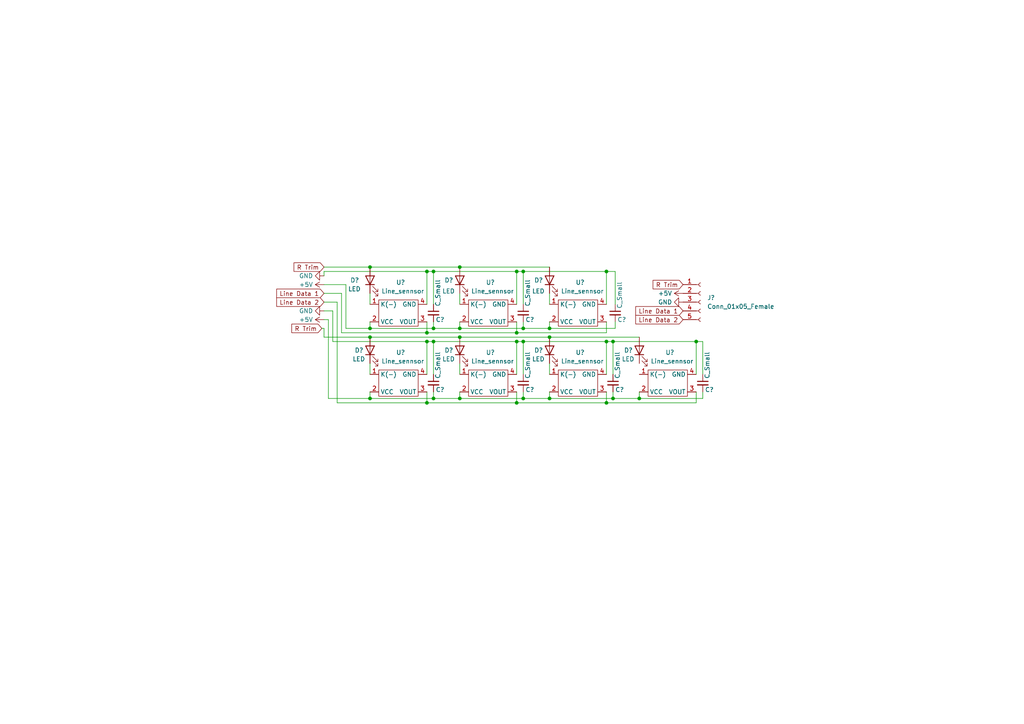
<source format=kicad_sch>
(kicad_sch (version 20211123) (generator eeschema)
  (paper "A4")
  (lib_symbols
    (symbol "Connector:Conn_01x05_Female" (pin_names (offset 1.016) hide)
      (property "Reference" "J" (at 0 7.62 0))
      (property "Value" "Conn_01x05_Female" (at 0 -7.62 0))
      (symbol "Conn_01x05_Female_1_1"
        (arc (start 0 -4.572) (mid -0.508 -5.08) (end 0 -5.588) (stroke (width 0.1524)))
        (arc (start 0 -2.032) (mid -0.508 -2.54) (end 0 -3.048) (stroke (width 0.1524)))
        (polyline (pts (xy -1.27 -5.08) (xy -0.508 -5.08)) (stroke (width 0.1524)))
        (polyline (pts (xy -1.27 -2.54) (xy -0.508 -2.54)) (stroke (width 0.1524)))
        (polyline (pts (xy -1.27 0) (xy -0.508 0)) (stroke (width 0.1524)))
        (polyline (pts (xy -1.27 2.54) (xy -0.508 2.54)) (stroke (width 0.1524)))
        (polyline (pts (xy -1.27 5.08) (xy -0.508 5.08)) (stroke (width 0.1524)))
        (arc (start 0 0.508) (mid -0.508 0) (end 0 -0.508) (stroke (width 0.1524)))
        (arc (start 0 3.048) (mid -0.508 2.54) (end 0 2.032) (stroke (width 0.1524)))
        (arc (start 0 5.588) (mid -0.508 5.08) (end 0 4.572) (stroke (width 0.1524)))
        (pin passive line (at -5.08 5.08 0) (length 3.81) (name "Pin_1") (number "1"))
        (pin passive line (at -5.08 2.54 0) (length 3.81) (name "Pin_2") (number "2"))
        (pin passive line (at -5.08 0 0) (length 3.81) (name "Pin_3") (number "3"))
        (pin passive line (at -5.08 -2.54 0) (length 3.81) (name "Pin_4") (number "4"))
        (pin passive line (at -5.08 -5.08 0) (length 3.81) (name "Pin_5") (number "5"))
      )
    )
    (symbol "Device:C_Small" (pin_numbers hide) (pin_names (offset 0.254) hide)
      (property "Reference" "C" (at 0.254 1.778 0))
      (property "Value" "C_Small" (at 0.254 -2.032 0))
      (symbol "C_Small_0_1"
        (polyline (pts (xy -1.524 -0.508) (xy 1.524 -0.508)) (stroke (width 0.3302)))
        (polyline (pts (xy -1.524 0.508) (xy 1.524 0.508)) (stroke (width 0.3048)))
      )
      (symbol "C_Small_1_1"
        (pin passive line (at 0 2.54 270) (length 2.032) (name "~") (number "1"))
        (pin passive line (at 0 -2.54 90) (length 2.032) (name "~") (number "2"))
      )
    )
    (symbol "Device:LED" (pin_numbers hide) (pin_names (offset 1.016) hide)
      (property "Reference" "D" (at 0 2.54 0))
      (property "Value" "LED" (at 0 -2.54 0))
      (symbol "LED_0_1"
        (polyline (pts (xy -1.27 -1.27) (xy -1.27 1.27)) (stroke (width 0.254)))
        (polyline (pts (xy -1.27 0) (xy 1.27 0)))
        (polyline (pts (xy 1.27 -1.27) (xy 1.27 1.27) (xy -1.27 0) (xy 1.27 -1.27)) (stroke (width 0.254)))
        (polyline (pts (xy -3.048 -0.762) (xy -4.572 -2.286) (xy -3.81 -2.286) (xy -4.572 -2.286) (xy -4.572 -1.524)))
        (polyline (pts (xy -1.778 -0.762) (xy -3.302 -2.286) (xy -2.54 -2.286) (xy -3.302 -2.286) (xy -3.302 -1.524)))
      )
      (symbol "LED_1_1"
        (pin passive line (at -3.81 0 0) (length 2.54) (name "K") (number "1"))
        (pin passive line (at 3.81 0 180) (length 2.54) (name "A") (number "2"))
      )
    )
    (symbol "Line_sennsor:Line_sennsor"
      (property "Reference" "U" (at 0 1.27 0))
      (property "Value" "Line_sennsor" (at 0 0 0))
      (symbol "Line_sennsor_0_1"
        (rectangle (start -6.35 -1.27) (end 5.08 -8.89))
      )
      (symbol "Line_sennsor_1_1"
        (pin bidirectional line (at -8.89 -2.54 0) (length 2.54) (name "K(-)") (number "1"))
        (pin bidirectional line (at -8.89 -7.62 0) (length 2.54) (name "VCC") (number "2"))
        (pin bidirectional line (at 7.62 -7.62 180) (length 2.54) (name "VOUT") (number "3"))
        (pin bidirectional line (at 7.62 -2.54 180) (length 2.54) (name "GND") (number "4"))
      )
    )
    (symbol "power:+5V" (power) (pin_names (offset 0))
      (property "Value" "+5V" (at 0 3.556 0))
      (symbol "+5V_0_1"
        (polyline (pts (xy -0.762 1.27) (xy 0 2.54)))
        (polyline (pts (xy 0 0) (xy 0 2.54)))
        (polyline (pts (xy 0 2.54) (xy 0.762 1.27)))
      )
      (symbol "+5V_1_1"
        (pin power_in line (at 0 0 90) (length 0) hide (name "+5V") (number "1"))
      )
    )
    (symbol "power:GND" (power) (pin_names (offset 0))
      (property "Value" "GND" (at 0 -3.81 0))
      (symbol "GND_0_1"
        (polyline (pts (xy 0 0) (xy 0 -1.27) (xy 1.27 -1.27) (xy 0 -2.54) (xy -1.27 -1.27) (xy 0 -1.27)))
      )
      (symbol "GND_1_1"
        (pin power_in line (at 0 0 270) (length 0) hide (name "GND") (number "1"))
      )
    )
  )
  (junction (at 177.8 99.06))
  (junction (at 151.765 99.06))
  (junction (at 133.35 77.47))
  (junction (at 123.825 99.06))
  (junction (at 185.42 115.57))
  (junction (at 125.73 99.06))
  (junction (at 133.35 97.79))
  (junction (at 175.895 78.74))
  (junction (at 133.35 95.25))
  (junction (at 151.765 115.57))
  (junction (at 151.765 95.25))
  (junction (at 107.315 115.57))
  (junction (at 133.35 115.57))
  (junction (at 175.895 116.84))
  (junction (at 125.73 115.57))
  (junction (at 159.385 95.25))
  (junction (at 149.86 78.74))
  (junction (at 177.8 115.57))
  (junction (at 201.93 99.06))
  (junction (at 159.385 97.79))
  (junction (at 125.73 95.25))
  (junction (at 125.73 78.74))
  (junction (at 107.315 77.47))
  (junction (at 151.765 78.74))
  (junction (at 149.86 116.84))
  (junction (at 149.86 99.06))
  (junction (at 123.825 116.84))
  (junction (at 149.86 96.52))
  (junction (at 123.825 78.74))
  (junction (at 175.895 99.06))
  (junction (at 107.315 95.25))
  (junction (at 107.315 97.79))
  (junction (at 159.385 115.57))
  (junction (at 123.825 96.52))
  (wire (pts (xy 99.06 85.09) (xy 99.06 96.52)))
  (wire (pts (xy 97.79 116.84) (xy 97.79 87.63)))
  (wire (pts (xy 175.895 99.06) (xy 177.8 99.06)))
  (wire (pts (xy 93.98 78.74) (xy 123.825 78.74)))
  (wire (pts (xy 159.385 95.25) (xy 178.435 95.25)))
  (wire (pts (xy 133.35 85.09) (xy 133.35 88.265)))
  (wire (pts (xy 159.385 113.665) (xy 159.385 115.57)))
  (wire (pts (xy 159.385 85.09) (xy 159.385 88.265)))
  (wire (pts (xy 123.825 78.74) (xy 123.825 88.265)))
  (wire (pts (xy 149.86 78.74) (xy 151.765 78.74)))
  (wire (pts (xy 175.895 113.665) (xy 175.895 116.84)))
  (wire (pts (xy 185.42 115.57) (xy 185.42 113.665)))
  (wire (pts (xy 95.25 115.57) (xy 107.315 115.57)))
  (wire (pts (xy 93.98 90.17) (xy 96.52 90.17)))
  (wire (pts (xy 125.73 113.665) (xy 125.73 115.57)))
  (wire (pts (xy 149.86 99.06) (xy 151.765 99.06)))
  (wire (pts (xy 185.42 115.57) (xy 203.835 115.57)))
  (wire (pts (xy 123.825 96.52) (xy 149.86 96.52)))
  (wire (pts (xy 175.895 93.345) (xy 175.895 96.52)))
  (wire (pts (xy 151.765 113.665) (xy 151.765 115.57)))
  (wire (pts (xy 123.825 78.74) (xy 125.73 78.74)))
  (wire (pts (xy 100.33 82.55) (xy 100.33 95.25)))
  (wire (pts (xy 123.825 99.06) (xy 96.52 99.06)))
  (wire (pts (xy 175.895 99.06) (xy 175.895 108.585)))
  (wire (pts (xy 93.98 85.09) (xy 99.06 85.09)))
  (wire (pts (xy 175.895 116.84) (xy 201.93 116.84)))
  (wire (pts (xy 149.86 113.665) (xy 149.86 116.84)))
  (wire (pts (xy 93.98 92.71) (xy 95.25 92.71)))
  (wire (pts (xy 99.06 96.52) (xy 123.825 96.52)))
  (wire (pts (xy 203.835 99.06) (xy 201.93 99.06)))
  (wire (pts (xy 151.765 78.74) (xy 151.765 88.265)))
  (wire (pts (xy 201.93 108.585) (xy 201.93 99.06)))
  (wire (pts (xy 203.835 108.585) (xy 203.835 99.06)))
  (wire (pts (xy 151.765 99.06) (xy 151.765 108.585)))
  (wire (pts (xy 177.8 115.57) (xy 185.42 115.57)))
  (wire (pts (xy 133.35 105.41) (xy 133.35 108.585)))
  (wire (pts (xy 203.835 115.57) (xy 203.835 113.665)))
  (wire (pts (xy 125.73 78.74) (xy 125.73 88.265)))
  (wire (pts (xy 125.73 95.25) (xy 133.35 95.25)))
  (wire (pts (xy 151.765 115.57) (xy 159.385 115.57)))
  (wire (pts (xy 175.895 78.74) (xy 178.435 78.74)))
  (wire (pts (xy 151.765 95.25) (xy 159.385 95.25)))
  (wire (pts (xy 100.33 95.25) (xy 107.315 95.25)))
  (wire (pts (xy 107.315 95.25) (xy 125.73 95.25)))
  (wire (pts (xy 175.895 78.74) (xy 175.895 88.265)))
  (wire (pts (xy 107.315 85.09) (xy 107.315 88.265)))
  (wire (pts (xy 151.765 99.06) (xy 175.895 99.06)))
  (wire (pts (xy 151.765 78.74) (xy 175.895 78.74)))
  (wire (pts (xy 107.315 97.79) (xy 93.98 97.79)))
  (wire (pts (xy 125.73 99.06) (xy 149.86 99.06)))
  (wire (pts (xy 133.35 115.57) (xy 151.765 115.57)))
  (wire (pts (xy 95.25 92.71) (xy 95.25 115.57)))
  (wire (pts (xy 123.825 113.665) (xy 123.825 116.84)))
  (wire (pts (xy 149.86 116.84) (xy 175.895 116.84)))
  (wire (pts (xy 96.52 90.17) (xy 96.52 99.06)))
  (wire (pts (xy 201.93 116.84) (xy 201.93 113.665)))
  (wire (pts (xy 133.35 113.665) (xy 133.35 115.57)))
  (wire (pts (xy 93.98 77.47) (xy 107.315 77.47)))
  (wire (pts (xy 123.825 93.345) (xy 123.825 96.52)))
  (wire (pts (xy 123.825 99.06) (xy 125.73 99.06)))
  (wire (pts (xy 177.8 108.585) (xy 177.8 99.06)))
  (wire (pts (xy 123.825 116.84) (xy 97.79 116.84)))
  (wire (pts (xy 133.35 93.345) (xy 133.35 95.25)))
  (wire (pts (xy 159.385 97.79) (xy 185.42 97.79)))
  (wire (pts (xy 125.73 78.74) (xy 149.86 78.74)))
  (wire (pts (xy 149.86 99.06) (xy 149.86 108.585)))
  (wire (pts (xy 107.315 115.57) (xy 125.73 115.57)))
  (wire (pts (xy 93.98 82.55) (xy 100.33 82.55)))
  (wire (pts (xy 133.35 95.25) (xy 151.765 95.25)))
  (wire (pts (xy 93.98 95.25) (xy 93.98 97.79)))
  (wire (pts (xy 123.825 99.06) (xy 123.825 108.585)))
  (wire (pts (xy 123.825 116.84) (xy 149.86 116.84)))
  (wire (pts (xy 151.765 93.345) (xy 151.765 95.25)))
  (wire (pts (xy 159.385 105.41) (xy 159.385 108.585)))
  (wire (pts (xy 125.73 115.57) (xy 133.35 115.57)))
  (wire (pts (xy 93.98 80.01) (xy 93.98 78.74)))
  (wire (pts (xy 97.79 87.63) (xy 93.98 87.63)))
  (wire (pts (xy 125.73 99.06) (xy 125.73 108.585)))
  (wire (pts (xy 133.35 77.47) (xy 159.385 77.47)))
  (wire (pts (xy 133.35 97.79) (xy 159.385 97.79)))
  (wire (pts (xy 149.86 78.74) (xy 149.86 88.265)))
  (wire (pts (xy 159.385 93.345) (xy 159.385 95.25)))
  (wire (pts (xy 107.315 97.79) (xy 133.35 97.79)))
  (wire (pts (xy 107.315 93.345) (xy 107.315 95.25)))
  (wire (pts (xy 177.8 113.665) (xy 177.8 115.57)))
  (wire (pts (xy 149.86 96.52) (xy 175.895 96.52)))
  (wire (pts (xy 149.86 93.345) (xy 149.86 96.52)))
  (wire (pts (xy 178.435 78.74) (xy 178.435 88.265)))
  (wire (pts (xy 93.345 95.25) (xy 93.98 95.25)))
  (wire (pts (xy 125.73 93.345) (xy 125.73 95.25)))
  (wire (pts (xy 178.435 93.345) (xy 178.435 95.25)))
  (wire (pts (xy 107.315 77.47) (xy 133.35 77.47)))
  (wire (pts (xy 107.315 105.41) (xy 107.315 108.585)))
  (wire (pts (xy 107.315 113.665) (xy 107.315 115.57)))
  (wire (pts (xy 177.8 99.06) (xy 201.93 99.06)))
  (wire (pts (xy 159.385 115.57) (xy 177.8 115.57)))
  (global_label "R Trim" (shape input) (at 198.12 82.55 180) (property "Intersheet References" "${INTERSHEET_REFS}" (effects hide)))
  (global_label "Line Data 2" (shape input) (at 93.98 87.63 180) (property "Intersheet References" "${INTERSHEET_REFS}" (effects hide)))
  (global_label "Line Data 1" (shape input) (at 93.98 85.09 180) (property "Intersheet References" "${INTERSHEET_REFS}" (effects hide)))
  (global_label "R Trim" (shape input) (at 93.345 95.25 180) (property "Intersheet References" "${INTERSHEET_REFS}" (effects hide)))
  (global_label "Line Data 2" (shape input) (at 198.12 92.71 180) (property "Intersheet References" "${INTERSHEET_REFS}" (effects hide)))
  (global_label "R Trim" (shape input) (at 93.98 77.47 180) (property "Intersheet References" "${INTERSHEET_REFS}" (effects hide)))
  (global_label "Line Data 1" (shape input) (at 198.12 90.17 180) (property "Intersheet References" "${INTERSHEET_REFS}" (effects hide)))
  (symbol (lib_id "Device:C_Small") (at 125.73 111.125 0) (unit 1)
    (property "Reference" "C?" (at 126.365 113.03 0) (effects (justify left)))
    (property "Value" "C_Small" (at 127 109.855 90) (effects (justify left)))
    (property "Footprint" "Capacitor_THT:C_Disc_D3.8mm_W2.6mm_P2.50mm" (effects hide))
  )
  (symbol (lib_id "Device:C_Small") (at 177.8 111.125 0) (unit 1)
    (property "Reference" "C?" (at 178.435 113.03 0) (effects (justify left)))
    (property "Value" "C_Small" (at 179.07 109.855 90) (effects (justify left)))
    (property "Footprint" "Capacitor_THT:C_Disc_D3.8mm_W2.6mm_P2.50mm" (effects hide))
  )
  (symbol (lib_id "Device:LED") (at 107.315 101.6 90) (unit 1)
    (property "Reference" "D?" (at 102.87 101.6 90) (effects (justify right)))
    (property "Value" "LED" (at 102.235 104.14 90) (effects (justify right)))
    (property "Footprint" "LED_THT:LED_D3.0mm_Clear" (effects hide))
  )
  (symbol (lib_id "power:GND") (at 198.12 87.63 270) (unit 1)
    (property "Reference" "#PWR?" (effects hide))
    (property "Value" "GND" (at 194.945 87.6299 90) (effects (justify right)))
  )
  (symbol (lib_id "Device:LED") (at 107.315 81.28 90) (unit 1)
    (property "Reference" "D?" (at 101.6 81.28 90) (effects (justify right)))
    (property "Value" "LED" (at 100.965 83.82 90) (effects (justify right)))
    (property "Footprint" "LED_THT:LED_D3.0mm_Clear" (effects hide))
  )
  (symbol (lib_id "Device:C_Small") (at 203.835 111.125 0) (unit 1)
    (property "Reference" "C?" (at 204.47 113.03 0) (effects (justify left)))
    (property "Value" "C_Small" (at 205.105 109.855 90) (effects (justify left)))
    (property "Footprint" "Capacitor_THT:C_Disc_D3.8mm_W2.6mm_P2.50mm" (effects hide))
  )
  (symbol (lib_id "Line_sennsor:Line_sennsor") (at 142.24 85.725 0) (unit 1)
    (property "Reference" "U?" (at 142.24 81.915 0))
    (property "Value" "Line_sennsor" (at 142.875 84.455 0))
  )
  (symbol (lib_id "Device:C_Small") (at 125.73 90.805 0) (unit 1)
    (property "Reference" "C?" (at 126.365 92.71 0) (effects (justify left)))
    (property "Value" "C_Small" (at 127 88.9 90) (effects (justify left)))
    (property "Footprint" "Capacitor_THT:C_Disc_D3.8mm_W2.6mm_P2.50mm" (effects hide))
  )
  (symbol (lib_id "Line_sennsor:Line_sennsor") (at 168.275 85.725 0) (unit 1)
    (property "Reference" "U?" (at 168.275 81.915 0))
    (property "Value" "Line_sennsor" (at 168.91 84.455 0))
  )
  (symbol (lib_id "Device:LED") (at 133.35 101.6 90) (unit 1)
    (property "Reference" "D?" (at 128.905 101.6 90) (effects (justify right)))
    (property "Value" "LED" (at 128.27 104.14 90) (effects (justify right)))
    (property "Footprint" "LED_THT:LED_D3.0mm_Clear" (effects hide))
  )
  (symbol (lib_id "Line_sennsor:Line_sennsor") (at 194.31 106.045 0) (unit 1)
    (property "Reference" "U?" (at 194.31 102.235 0))
    (property "Value" "Line_sennsor" (at 194.945 104.775 0))
  )
  (symbol (lib_id "Device:LED") (at 185.42 101.6 90) (unit 1)
    (property "Reference" "D?" (at 180.975 101.6 90) (effects (justify right)))
    (property "Value" "LED" (at 180.34 104.14 90) (effects (justify right)))
    (property "Footprint" "LED_THT:LED_D3.0mm_Clear" (effects hide))
  )
  (symbol (lib_id "power:+5V") (at 198.12 85.09 90) (unit 1)
    (property "Reference" "#PWR?" (effects hide))
    (property "Value" "+5V" (at 194.945 85.0899 90) (effects (justify left)))
  )
  (symbol (lib_id "Device:LED") (at 159.385 101.6 90) (unit 1)
    (property "Reference" "D?" (at 154.94 101.6 90) (effects (justify right)))
    (property "Value" "LED" (at 154.305 104.14 90) (effects (justify right)))
    (property "Footprint" "LED_THT:LED_D3.0mm_Clear" (effects hide))
  )
  (symbol (lib_id "Device:LED") (at 133.35 81.28 90) (unit 1)
    (property "Reference" "D?" (at 128.905 81.28 90) (effects (justify right)))
    (property "Value" "LED" (at 128.27 84.455 90) (effects (justify right)))
    (property "Footprint" "LED_THT:LED_D3.0mm_Clear" (effects hide))
  )
  (symbol (lib_id "Line_sennsor:Line_sennsor") (at 142.24 106.045 0) (unit 1)
    (property "Reference" "U?" (at 142.24 102.235 0))
    (property "Value" "Line_sennsor" (at 142.875 104.775 0))
  )
  (symbol (lib_id "Connector:Conn_01x05_Female") (at 203.2 87.63 0) (unit 1)
    (property "Reference" "J?" (at 205.105 86.3599 0) (effects (justify left)))
    (property "Value" "Conn_01x05_Female" (at 205.105 88.8999 0) (effects (justify left)))
  )
  (symbol (lib_id "Device:C_Small") (at 178.435 90.805 0) (unit 1)
    (property "Reference" "C?" (at 179.07 92.71 0) (effects (justify left)))
    (property "Value" "C_Small" (at 179.705 89.535 90) (effects (justify left)))
    (property "Footprint" "Capacitor_THT:C_Disc_D3.8mm_W2.6mm_P2.50mm" (effects hide))
  )
  (symbol (lib_id "power:+5V") (at 93.98 82.55 90) (unit 1)
    (property "Reference" "#PWR?" (effects hide))
    (property "Value" "+5V" (at 90.805 82.5499 90) (effects (justify left)))
  )
  (symbol (lib_id "Device:C_Small") (at 151.765 90.805 0) (unit 1)
    (property "Reference" "C?" (at 152.4 92.71 0) (effects (justify left)))
    (property "Value" "C_Small" (at 153.035 88.9 90) (effects (justify left)))
    (property "Footprint" "Capacitor_THT:C_Disc_D3.8mm_W2.6mm_P2.50mm" (effects hide))
  )
  (symbol (lib_id "power:+5V") (at 93.98 92.71 90) (unit 1)
    (property "Reference" "#PWR?" (effects hide))
    (property "Value" "+5V" (at 90.805 92.7099 90) (effects (justify left)))
  )
  (symbol (lib_id "Line_sennsor:Line_sennsor") (at 168.275 106.045 0) (unit 1)
    (property "Reference" "U?" (at 168.275 102.235 0))
    (property "Value" "Line_sennsor" (at 168.91 104.775 0))
  )
  (symbol (lib_id "Line_sennsor:Line_sennsor") (at 116.205 85.725 0) (unit 1)
    (property "Reference" "U?" (at 116.205 81.915 0))
    (property "Value" "Line_sennsor" (at 116.84 84.455 0))
  )
  (symbol (lib_id "Device:LED") (at 159.385 81.28 90) (unit 1)
    (property "Reference" "D?" (at 154.94 81.28 90) (effects (justify right)))
    (property "Value" "LED" (at 154.305 84.455 90) (effects (justify right)))
    (property "Footprint" "LED_THT:LED_D3.0mm_Clear" (effects hide))
  )
  (symbol (lib_id "power:GND") (at 93.98 80.01 270) (unit 1)
    (property "Reference" "#PWR?" (effects hide))
    (property "Value" "GND" (at 90.805 80.0099 90) (effects (justify right)))
  )
  (symbol (lib_id "Device:C_Small") (at 151.765 111.125 0) (unit 1)
    (property "Reference" "C?" (at 152.4 113.03 0) (effects (justify left)))
    (property "Value" "C_Small" (at 153.035 109.855 90) (effects (justify left)))
    (property "Footprint" "Capacitor_THT:C_Disc_D3.8mm_W2.6mm_P2.50mm" (effects hide))
  )
  (symbol (lib_id "Line_sennsor:Line_sennsor") (at 116.205 106.045 0) (unit 1)
    (property "Reference" "U?" (at 116.205 102.235 0))
    (property "Value" "Line_sennsor" (at 116.84 104.775 0))
  )
  (symbol (lib_id "power:GND") (at 93.98 90.17 270) (unit 1)
    (property "Reference" "#PWR?" (effects hide))
    (property "Value" "GND" (at 90.805 90.1699 90) (effects (justify right)))
  )
)
</source>
